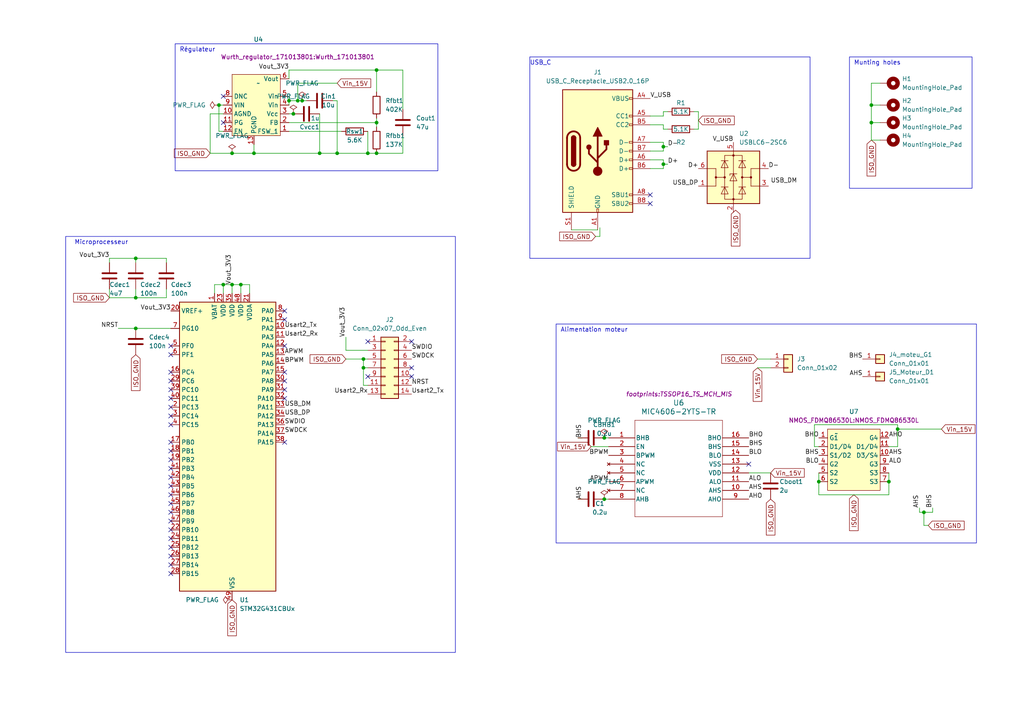
<source format=kicad_sch>
(kicad_sch (version 20231120) (generator "eeschema") (generator_version "8.0")
  (paper "A4")
  (title_block (title "Exo Maker") (date "2025-02-01") (rev "Matis Garbez") (company "Ensea"))
  (lib_symbols
    (symbol "2025-01-31_21-27-13:MIC4606-2YTS-TR" (pin_names (offset 0.254))
      (property "Reference" "U" (at 20.32 10.16 0))
      (property "Value" "MIC4606-2YTS-TR" (at 20.32 7.62 0))
      (symbol "MIC4606-2YTS-TR_0_1"
        (polyline (pts (xy 7.62 -22.86) (xy 33.02 -22.86)) (stroke (width 0.127)))
        (polyline (pts (xy 7.62 5.08) (xy 7.62 -22.86)) (stroke (width 0.127)))
        (polyline (pts (xy 33.02 -22.86) (xy 33.02 5.08)) (stroke (width 0.127)))
        (polyline (pts (xy 33.02 5.08) (xy 7.62 5.08)) (stroke (width 0.127)))
        (pin power_in line (at 0 0 0) (length 7.62) (name "BHB") (number "1"))
        (pin power_in line (at 40.64 -15.24 180) (length 7.62) (name "AHS") (number "10"))
        (pin output line (at 40.64 -12.7 180) (length 7.62) (name "ALO") (number "11"))
        (pin power_in line (at 40.64 -10.16 180) (length 7.62) (name "VDD") (number "12"))
        (pin power_out line (at 40.64 -7.62 180) (length 7.62) (name "VSS") (number "13"))
        (pin output line (at 40.64 -5.08 180) (length 7.62) (name "BLO") (number "14"))
        (pin power_in line (at 40.64 -2.54 180) (length 7.62) (name "BHS") (number "15"))
        (pin output line (at 40.64 0 180) (length 7.62) (name "BHO") (number "16"))
        (pin input line (at 0 -2.54 0) (length 7.62) (name "EN") (number "2"))
        (pin input line (at 0 -5.08 0) (length 7.62) (name "BPWM") (number "3"))
        (pin no_connect line (at 0 -7.62 0) (length 7.62) (name "NC") (number "4"))
        (pin no_connect line (at 0 -10.16 0) (length 7.62) (name "NC") (number "5"))
        (pin input line (at 0 -12.7 0) (length 7.62) (name "APWM") (number "6"))
        (pin no_connect line (at 0 -15.24 0) (length 7.62) (name "NC") (number "7"))
        (pin power_in line (at 0 -17.78 0) (length 7.62) (name "AHB") (number "8"))
        (pin output line (at 40.64 -17.78 180) (length 7.62) (name "AHO") (number "9"))
      )
    )
    (symbol "Connector:USB_C_Receptacle_USB2.0_16P" (pin_names (offset 1.016))
      (property "Reference" "J" (at 0 22.225 0))
      (property "Value" "USB_C_Receptacle_USB2.0_16P" (at 0 19.685 0))
      (symbol "USB_C_Receptacle_USB2.0_16P_0_0"
        (rectangle (start -0.254 -17.78) (end 0.254 -16.764))
        (rectangle (start 10.16 -14.986) (end 9.144 -15.494))
        (rectangle (start 10.16 -12.446) (end 9.144 -12.954))
        (rectangle (start 10.16 -4.826) (end 9.144 -5.334))
        (rectangle (start 10.16 -2.286) (end 9.144 -2.794))
        (rectangle (start 10.16 0.254) (end 9.144 -0.254))
        (rectangle (start 10.16 2.794) (end 9.144 2.286))
        (rectangle (start 10.16 7.874) (end 9.144 7.366))
        (rectangle (start 10.16 10.414) (end 9.144 9.906))
        (rectangle (start 10.16 15.494) (end 9.144 14.986))
      )
      (symbol "USB_C_Receptacle_USB2.0_16P_0_1"
        (rectangle (start -10.16 17.78) (end 10.16 -17.78) (stroke (width 0.254)) (fill (type background)))
        (arc (start -8.89 -3.81) (mid -6.985 -5.7067) (end -5.08 -3.81) (stroke (width 0.508)))
        (arc (start -7.62 -3.81) (mid -6.985 -4.4423) (end -6.35 -3.81) (stroke (width 0.254)))
        (arc (start -7.62 -3.81) (mid -6.985 -4.4423) (end -6.35 -3.81) (stroke (width 0.254)) (fill (type outline)))
        (rectangle (start -7.62 -3.81) (end -6.35 3.81) (stroke (width 0.254)) (fill (type outline)))
        (arc (start -6.35 3.81) (mid -6.985 4.4423) (end -7.62 3.81) (stroke (width 0.254)))
        (arc (start -6.35 3.81) (mid -6.985 4.4423) (end -7.62 3.81) (stroke (width 0.254)) (fill (type outline)))
        (arc (start -5.08 3.81) (mid -6.985 5.7067) (end -8.89 3.81) (stroke (width 0.508)))
        (circle (center -2.54 1.143) (radius 0.635) (stroke (width 0.254)) (fill (type outline)))
        (circle (center 0 -5.842) (radius 1.27) (fill (type outline)))
        (polyline (pts (xy -8.89 -3.81) (xy -8.89 3.81)) (stroke (width 0.508)))
        (polyline (pts (xy -5.08 3.81) (xy -5.08 -3.81)) (stroke (width 0.508)))
        (polyline (pts (xy 0 -5.842) (xy 0 4.318)) (stroke (width 0.508)))
        (polyline (pts (xy 0 -3.302) (xy -2.54 -0.762) (xy -2.54 0.508)) (stroke (width 0.508)))
        (polyline (pts (xy 0 -2.032) (xy 2.54 0.508) (xy 2.54 1.778)) (stroke (width 0.508)))
        (polyline (pts (xy -1.27 4.318) (xy 0 6.858) (xy 1.27 4.318) (xy -1.27 4.318)) (stroke (width 0.254)) (fill (type outline)))
        (rectangle (start 1.905 1.778) (end 3.175 3.048) (stroke (width 0.254)) (fill (type outline)))
      )
      (symbol "USB_C_Receptacle_USB2.0_16P_1_1"
        (pin passive line (at 0 -22.86 90) (length 5.08) (name "GND") (number "A1"))
        (pin passive line (at 0 -22.86 90) (length 5.08) hide (name "GND") (number "A12"))
        (pin passive line (at 15.24 15.24 180) (length 5.08) (name "VBUS") (number "A4"))
        (pin bidirectional line (at 15.24 10.16 180) (length 5.08) (name "CC1") (number "A5"))
        (pin bidirectional line (at 15.24 -2.54 180) (length 5.08) (name "D+") (number "A6"))
        (pin bidirectional line (at 15.24 2.54 180) (length 5.08) (name "D-") (number "A7"))
        (pin bidirectional line (at 15.24 -12.7 180) (length 5.08) (name "SBU1") (number "A8"))
        (pin passive line (at 15.24 15.24 180) (length 5.08) hide (name "VBUS") (number "A9"))
        (pin passive line (at 0 -22.86 90) (length 5.08) hide (name "GND") (number "B1"))
        (pin passive line (at 0 -22.86 90) (length 5.08) hide (name "GND") (number "B12"))
        (pin passive line (at 15.24 15.24 180) (length 5.08) hide (name "VBUS") (number "B4"))
        (pin bidirectional line (at 15.24 7.62 180) (length 5.08) (name "CC2") (number "B5"))
        (pin bidirectional line (at 15.24 -5.08 180) (length 5.08) (name "D+") (number "B6"))
        (pin bidirectional line (at 15.24 0 180) (length 5.08) (name "D-") (number "B7"))
        (pin bidirectional line (at 15.24 -15.24 180) (length 5.08) (name "SBU2") (number "B8"))
        (pin passive line (at 15.24 15.24 180) (length 5.08) hide (name "VBUS") (number "B9"))
        (pin passive line (at -7.62 -22.86 90) (length 5.08) (name "SHIELD") (number "S1"))
      )
    )
    (symbol "Connector_Generic:Conn_01x01" (pin_names (offset 1.016) hide)
      (property "Reference" "J" (at 0 2.54 0))
      (property "Value" "Conn_01x01" (at 0 -2.54 0))
      (symbol "Conn_01x01_1_1"
        (rectangle (start -1.27 0.127) (end 0 -0.127) (stroke (width 0.1524)))
        (rectangle (start -1.27 1.27) (end 1.27 -1.27) (stroke (width 0.254)) (fill (type background)))
        (pin passive line (at -5.08 0 0) (length 3.81) (name "Pin_1") (number "1"))
      )
    )
    (symbol "Connector_Generic:Conn_01x02" (pin_names (offset 1.016) hide)
      (property "Reference" "J" (at 0 2.54 0))
      (property "Value" "Conn_01x02" (at 0 -5.08 0))
      (symbol "Conn_01x02_1_1"
        (rectangle (start -1.27 -2.413) (end 0 -2.667) (stroke (width 0.1524)))
        (rectangle (start -1.27 0.127) (end 0 -0.127) (stroke (width 0.1524)))
        (rectangle (start -1.27 1.27) (end 1.27 -3.81) (stroke (width 0.254)) (fill (type background)))
        (pin passive line (at -5.08 0 0) (length 3.81) (name "Pin_1") (number "1"))
        (pin passive line (at -5.08 -2.54 0) (length 3.81) (name "Pin_2") (number "2"))
      )
    )
    (symbol "Connector_Generic:Conn_02x07_Odd_Even" (pin_names (offset 1.016) hide)
      (property "Reference" "J" (at 1.27 10.16 0))
      (property "Value" "Conn_02x07_Odd_Even" (at 1.27 -10.16 0))
      (symbol "Conn_02x07_Odd_Even_1_1"
        (rectangle (start -1.27 -7.493) (end 0 -7.747) (stroke (width 0.1524)))
        (rectangle (start -1.27 -4.953) (end 0 -5.207) (stroke (width 0.1524)))
        (rectangle (start -1.27 -2.413) (end 0 -2.667) (stroke (width 0.1524)))
        (rectangle (start -1.27 0.127) (end 0 -0.127) (stroke (width 0.1524)))
        (rectangle (start -1.27 2.667) (end 0 2.413) (stroke (width 0.1524)))
        (rectangle (start -1.27 5.207) (end 0 4.953) (stroke (width 0.1524)))
        (rectangle (start -1.27 7.747) (end 0 7.493) (stroke (width 0.1524)))
        (rectangle (start -1.27 8.89) (end 3.81 -8.89) (stroke (width 0.254)) (fill (type background)))
        (rectangle (start 3.81 -7.493) (end 2.54 -7.747) (stroke (width 0.1524)))
        (rectangle (start 3.81 -4.953) (end 2.54 -5.207) (stroke (width 0.1524)))
        (rectangle (start 3.81 -2.413) (end 2.54 -2.667) (stroke (width 0.1524)))
        (rectangle (start 3.81 0.127) (end 2.54 -0.127) (stroke (width 0.1524)))
        (rectangle (start 3.81 2.667) (end 2.54 2.413) (stroke (width 0.1524)))
        (rectangle (start 3.81 5.207) (end 2.54 4.953) (stroke (width 0.1524)))
        (rectangle (start 3.81 7.747) (end 2.54 7.493) (stroke (width 0.1524)))
        (pin passive line (at -5.08 7.62 0) (length 3.81) (name "Pin_1") (number "1"))
        (pin passive line (at 7.62 -2.54 180) (length 3.81) (name "Pin_10") (number "10"))
        (pin passive line (at -5.08 -5.08 0) (length 3.81) (name "Pin_11") (number "11"))
        (pin passive line (at 7.62 -5.08 180) (length 3.81) (name "Pin_12") (number "12"))
        (pin passive line (at -5.08 -7.62 0) (length 3.81) (name "Pin_13") (number "13"))
        (pin passive line (at 7.62 -7.62 180) (length 3.81) (name "Pin_14") (number "14"))
        (pin passive line (at 7.62 7.62 180) (length 3.81) (name "Pin_2") (number "2"))
        (pin passive line (at -5.08 5.08 0) (length 3.81) (name "Pin_3") (number "3"))
        (pin passive line (at 7.62 5.08 180) (length 3.81) (name "Pin_4") (number "4"))
        (pin passive line (at -5.08 2.54 0) (length 3.81) (name "Pin_5") (number "5"))
        (pin passive line (at 7.62 2.54 180) (length 3.81) (name "Pin_6") (number "6"))
        (pin passive line (at -5.08 0 0) (length 3.81) (name "Pin_7") (number "7"))
        (pin passive line (at 7.62 0 180) (length 3.81) (name "Pin_8") (number "8"))
        (pin passive line (at -5.08 -2.54 0) (length 3.81) (name "Pin_9") (number "9"))
      )
    )
    (symbol "Device:C" (pin_numbers hide) (pin_names (offset 0.254))
      (property "Reference" "C" (at 0.635 2.54 0))
      (property "Value" "C" (at 0.635 -2.54 0))
      (symbol "C_0_1"
        (polyline (pts (xy -2.032 -0.762) (xy 2.032 -0.762)) (stroke (width 0.508)))
        (polyline (pts (xy -2.032 0.762) (xy 2.032 0.762)) (stroke (width 0.508)))
      )
      (symbol "C_1_1"
        (pin passive line (at 0 3.81 270) (length 2.794) (name "~") (number "1"))
        (pin passive line (at 0 -3.81 90) (length 2.794) (name "~") (number "2"))
      )
    )
    (symbol "Device:R" (pin_numbers hide) (pin_names (offset 0))
      (property "Reference" "R" (at 2.032 0 90))
      (property "Value" "R" (at 0 0 90))
      (symbol "R_0_1"
        (rectangle (start -1.016 -2.54) (end 1.016 2.54) (stroke (width 0.254)))
      )
      (symbol "R_1_1"
        (pin passive line (at 0 3.81 270) (length 1.27) (name "~") (number "1"))
        (pin passive line (at 0 -3.81 90) (length 1.27) (name "~") (number "2"))
      )
    )
    (symbol "MCU_ST_STM32G4:STM32G431CBUx"
      (property "Reference" "U" (at -12.7 44.45 0))
      (property "Value" "STM32G431CBUx" (at 10.16 44.45 0))
      (symbol "STM32G431CBUx_0_1"
        (rectangle (start -12.7 -40.64) (end 15.24 43.18) (stroke (width 0.254)) (fill (type background)))
      )
      (symbol "STM32G431CBUx_1_1"
        (pin power_in line (at -2.54 45.72 270) (length 2.54) (name "VBAT") (number "1"))
        (pin bidirectional line (at 17.78 35.56 180) (length 2.54) (name "PA2") (number "10"))
        (pin bidirectional line (at 17.78 33.02 180) (length 2.54) (name "PA3") (number "11"))
        (pin bidirectional line (at 17.78 30.48 180) (length 2.54) (name "PA4") (number "12"))
        (pin bidirectional line (at 17.78 27.94 180) (length 2.54) (name "PA5") (number "13"))
        (pin bidirectional line (at 17.78 25.4 180) (length 2.54) (name "PA6") (number "14"))
        (pin bidirectional line (at 17.78 22.86 180) (length 2.54) (name "PA7") (number "15"))
        (pin bidirectional line (at -15.24 22.86 0) (length 2.54) (name "PC4") (number "16"))
        (pin bidirectional line (at -15.24 2.54 0) (length 2.54) (name "PB0") (number "17"))
        (pin bidirectional line (at -15.24 0 0) (length 2.54) (name "PB1") (number "18"))
        (pin bidirectional line (at -15.24 -2.54 0) (length 2.54) (name "PB2") (number "19"))
        (pin bidirectional line (at -15.24 12.7 0) (length 2.54) (name "PC13") (number "2"))
        (pin input line (at -15.24 40.64 0) (length 2.54) (name "VREF+") (number "20"))
        (pin power_in line (at 7.62 45.72 270) (length 2.54) (name "VDDA") (number "21"))
        (pin bidirectional line (at -15.24 -22.86 0) (length 2.54) (name "PB10") (number "22"))
        (pin power_in line (at 0 45.72 270) (length 2.54) (name "VDD") (number "23"))
        (pin bidirectional line (at -15.24 -25.4 0) (length 2.54) (name "PB11") (number "24"))
        (pin bidirectional line (at -15.24 -27.94 0) (length 2.54) (name "PB12") (number "25"))
        (pin bidirectional line (at -15.24 -30.48 0) (length 2.54) (name "PB13") (number "26"))
        (pin bidirectional line (at -15.24 -33.02 0) (length 2.54) (name "PB14") (number "27"))
        (pin bidirectional line (at -15.24 -35.56 0) (length 2.54) (name "PB15") (number "28"))
        (pin bidirectional line (at -15.24 20.32 0) (length 2.54) (name "PC6") (number "29"))
        (pin bidirectional line (at -15.24 10.16 0) (length 2.54) (name "PC14") (number "3"))
        (pin bidirectional line (at 17.78 20.32 180) (length 2.54) (name "PA8") (number "30"))
        (pin bidirectional line (at 17.78 17.78 180) (length 2.54) (name "PA9") (number "31"))
        (pin bidirectional line (at 17.78 15.24 180) (length 2.54) (name "PA10") (number "32"))
        (pin bidirectional line (at 17.78 12.7 180) (length 2.54) (name "PA11") (number "33"))
        (pin bidirectional line (at 17.78 10.16 180) (length 2.54) (name "PA12") (number "34"))
        (pin power_in line (at 2.54 45.72 270) (length 2.54) (name "VDD") (number "35"))
        (pin bidirectional line (at 17.78 7.62 180) (length 2.54) (name "PA13") (number "36"))
        (pin bidirectional line (at 17.78 5.08 180) (length 2.54) (name "PA14") (number "37"))
        (pin bidirectional line (at 17.78 2.54 180) (length 2.54) (name "PA15") (number "38"))
        (pin bidirectional line (at -15.24 17.78 0) (length 2.54) (name "PC10") (number "39"))
        (pin bidirectional line (at -15.24 7.62 0) (length 2.54) (name "PC15") (number "4"))
        (pin bidirectional line (at -15.24 15.24 0) (length 2.54) (name "PC11") (number "40"))
        (pin bidirectional line (at -15.24 -5.08 0) (length 2.54) (name "PB3") (number "41"))
        (pin bidirectional line (at -15.24 -7.62 0) (length 2.54) (name "PB4") (number "42"))
        (pin bidirectional line (at -15.24 -10.16 0) (length 2.54) (name "PB5") (number "43"))
        (pin bidirectional line (at -15.24 -12.7 0) (length 2.54) (name "PB6") (number "44"))
        (pin bidirectional line (at -15.24 -15.24 0) (length 2.54) (name "PB7") (number "45"))
        (pin bidirectional line (at -15.24 -17.78 0) (length 2.54) (name "PB8") (number "46"))
        (pin bidirectional line (at -15.24 -20.32 0) (length 2.54) (name "PB9") (number "47"))
        (pin power_in line (at 5.08 45.72 270) (length 2.54) (name "VDD") (number "48"))
        (pin power_in line (at 2.54 -43.18 90) (length 2.54) (name "VSS") (number "49"))
        (pin bidirectional line (at -15.24 30.48 0) (length 2.54) (name "PF0") (number "5"))
        (pin bidirectional line (at -15.24 27.94 0) (length 2.54) (name "PF1") (number "6"))
        (pin bidirectional line (at -15.24 35.56 0) (length 2.54) (name "PG10") (number "7"))
        (pin bidirectional line (at 17.78 40.64 180) (length 2.54) (name "PA0") (number "8"))
        (pin bidirectional line (at 17.78 38.1 180) (length 2.54) (name "PA1") (number "9"))
      )
    )
    (symbol "Mechanical:MountingHole_Pad" (pin_numbers hide) (pin_names (offset 1.016) hide)
      (property "Reference" "H" (at 0 6.35 0))
      (property "Value" "MountingHole_Pad" (at 0 4.445 0))
      (symbol "MountingHole_Pad_0_1"
        (circle (center 0 1.27) (radius 1.27) (stroke (width 1.27)))
      )
      (symbol "MountingHole_Pad_1_1"
        (pin input line (at 0 -2.54 90) (length 2.54) (name "1") (number "1"))
      )
    )
    (symbol "NMOS_FDMQ86530L:NMOS_FDMQ86530L"
      (property "Reference" "U" (at 0 10.16 0))
      (property "Footprint" "NMOS_FDMQ86530L:NMOS_FDMQ86530L" (at 2.54 12.7 0))
      (symbol "NMOS_FDMQ86530L_0_1"
        (rectangle (start 2.54 8.89) (end 2.54 8.89))
      )
      (symbol "NMOS_FDMQ86530L_1_1"
        (rectangle (start -7.62 8.89) (end 7.62 -8.89) (fill (type background)))
        (pin input line (at -10.16 6.35 0) (length 2.54) (name "G1") (number "1"))
        (pin input line (at 10.16 1.27 180) (length 2.54) (name "D3/S4") (number "10"))
        (pin input line (at 10.16 3.81 180) (length 2.54) (name "D1/D4") (number "11"))
        (pin input line (at 10.16 6.35 180) (length 2.54) (name "G4") (number "12"))
        (pin input line (at -10.16 1.27 0) (length 2.54) hide (name "S1/D2") (number "13"))
        (pin input line (at 10.16 1.27 180) (length 2.54) hide (name "D3/S4") (number "14"))
        (pin input line (at 10.16 3.81 180) (length 2.54) hide (name "D1/D4") (number "15"))
        (pin input line (at -10.16 3.81 0) (length 2.54) (name "D1/D4") (number "2"))
        (pin input line (at -10.16 1.27 0) (length 2.54) (name "S1/D2") (number "3"))
        (pin input line (at -10.16 -1.27 0) (length 2.54) (name "G2") (number "4"))
        (pin input line (at -10.16 -3.81 0) (length 2.54) (name "S2") (number "5"))
        (pin input line (at -10.16 -6.35 0) (length 2.54) (name "S2") (number "6"))
        (pin input line (at 10.16 -6.35 180) (length 2.54) (name "S3") (number "7"))
        (pin input line (at 10.16 -3.81 180) (length 2.54) (name "S3") (number "8"))
        (pin input line (at 10.16 -1.27 180) (length 2.54) (name "G3") (number "9"))
      )
    )
    (symbol "Power_Protection:USBLC6-2SC6" (pin_names hide)
      (property "Reference" "U" (at 2.54 8.89 0))
      (property "Value" "USBLC6-2SC6" (at 2.54 -8.89 0))
      (symbol "USBLC6-2SC6_0_1"
        (rectangle (start -7.62 -7.62) (end 7.62 7.62) (stroke (width 0.254)) (fill (type background)))
        (circle (center -5.08 0) (radius 0.254) (fill (type outline)))
        (circle (center -2.54 0) (radius 0.254) (fill (type outline)))
        (rectangle (start -2.54 6.35) (end 2.54 -6.35))
        (circle (center 0 -6.35) (radius 0.254) (fill (type outline)))
        (polyline (pts (xy -5.08 -2.54) (xy -7.62 -2.54)))
        (polyline (pts (xy -5.08 0) (xy -5.08 -2.54)))
        (polyline (pts (xy -5.08 2.54) (xy -7.62 2.54)))
        (polyline (pts (xy -1.524 -2.794) (xy -3.556 -2.794)))
        (polyline (pts (xy -1.524 4.826) (xy -3.556 4.826)))
        (polyline (pts (xy 0 -7.62) (xy 0 -6.35)))
        (polyline (pts (xy 0 -6.35) (xy 0 1.27)))
        (polyline (pts (xy 0 1.27) (xy 0 6.35)))
        (polyline (pts (xy 0 6.35) (xy 0 7.62)))
        (polyline (pts (xy 1.524 -2.794) (xy 3.556 -2.794)))
        (polyline (pts (xy 1.524 4.826) (xy 3.556 4.826)))
        (polyline (pts (xy 5.08 -2.54) (xy 7.62 -2.54)))
        (polyline (pts (xy 5.08 0) (xy 5.08 -2.54)))
        (polyline (pts (xy 5.08 2.54) (xy 7.62 2.54)))
        (polyline (pts (xy -2.54 0) (xy -5.08 0) (xy -5.08 2.54)))
        (polyline (pts (xy 2.54 0) (xy 5.08 0) (xy 5.08 2.54)))
        (polyline (pts (xy -3.556 -4.826) (xy -1.524 -4.826) (xy -2.54 -2.794) (xy -3.556 -4.826)))
        (polyline (pts (xy -3.556 2.794) (xy -1.524 2.794) (xy -2.54 4.826) (xy -3.556 2.794)))
        (polyline (pts (xy -1.016 -1.016) (xy 1.016 -1.016) (xy 0 1.016) (xy -1.016 -1.016)))
        (polyline (pts (xy 1.016 1.016) (xy 0.762 1.016) (xy -1.016 1.016) (xy -1.016 0.508)))
        (polyline (pts (xy 3.556 -4.826) (xy 1.524 -4.826) (xy 2.54 -2.794) (xy 3.556 -4.826)))
        (polyline (pts (xy 3.556 2.794) (xy 1.524 2.794) (xy 2.54 4.826) (xy 3.556 2.794)))
        (circle (center 0 6.35) (radius 0.254) (fill (type outline)))
        (circle (center 2.54 0) (radius 0.254) (fill (type outline)))
        (circle (center 5.08 0) (radius 0.254) (fill (type outline)))
      )
      (symbol "USBLC6-2SC6_1_1"
        (pin passive line (at -10.16 -2.54 0) (length 2.54) (name "I/O1") (number "1"))
        (pin passive line (at 0 -10.16 90) (length 2.54) (name "GND") (number "2"))
        (pin passive line (at 10.16 -2.54 180) (length 2.54) (name "I/O2") (number "3"))
        (pin passive line (at 10.16 2.54 180) (length 2.54) (name "I/O2") (number "4"))
        (pin passive line (at 0 10.16 270) (length 2.54) (name "VBUS") (number "5"))
        (pin passive line (at -10.16 2.54 0) (length 2.54) (name "I/O1") (number "6"))
      )
    )
    (symbol "Wurth_regulator_171013801:Regulator_Wurth_171013801"
      (property "Reference" "U4" (at 0 12.7 0))
      (property "Value" "~" (at 0 0 0))
      (property "Footprint" "Wurth_regulator_171013801:Wurth_171013801" (at 11.43 7.62 0))
      (symbol "Regulator_Wurth_171013801_1_1"
        (rectangle (start -7.62 2.54) (end 6.35 -15.24) (fill (type background)))
        (pin input line (at 8.89 -13.97 180) (length 2.54) (name "FSW_1") (number "1"))
        (pin power_in line (at -10.16 -8.89 0) (length 2.54) (name "AGND") (number "10"))
        (pin output line (at -10.16 -11.43 0) (length 2.54) (name "PG") (number "11"))
        (pin input line (at -10.16 -13.97 0) (length 2.54) (name "EN") (number "12"))
        (pin power_in line (at -1.27 -17.78 90) (length 2.54) (name "PGND") (number "13"))
        (pin input line (at 8.89 -11.43 180) (length 2.54) (name "FB") (number "2"))
        (pin power_in line (at 8.89 -8.89 180) (length 2.54) (name "Vcc") (number "3"))
        (pin power_in line (at 8.89 -6.35 180) (length 2.54) (name "Vin") (number "4"))
        (pin power_in line (at 8.89 -3.81 180) (length 2.54) (name "Vin") (number "5"))
        (pin power_out line (at 8.89 1.27 180) (length 2.54) (name "Vout") (number "6"))
        (pin power_out line (at 8.89 1.27 180) (length 2.54) hide (name "Vout") (number "7"))
        (pin unspecified line (at -10.16 -3.81 0) (length 2.54) (name "DNC") (number "8"))
        (pin power_in line (at -10.16 -6.35 0) (length 2.54) (name "VIN") (number "9"))
      )
    )
    (symbol "power:PWR_FLAG" (power) (pin_numbers hide) (pin_names (offset 0) hide)
      (property "Value" "PWR_FLAG" (at 0 3.81 0))
      (symbol "PWR_FLAG_0_0"
        (pin power_out line (at 0 0 90) (length 0) (name "pwr") (number "1"))
      )
      (symbol "PWR_FLAG_0_1"
        (polyline (pts (xy 0 0) (xy 0 1.27) (xy -1.016 1.905) (xy 0 2.54) (xy 1.016 1.905) (xy 0 1.27)))
      )
    )
  )
  (junction (at 105.41 104.14))
  (junction (at 64.77 82.55))
  (junction (at 175.26 144.78))
  (junction (at 109.22 35.56))
  (junction (at 92.71 44.45))
  (junction (at 109.22 20.32))
  (junction (at 69.85 82.55))
  (junction (at 63.5 30.48))
  (junction (at 86.36 29.21))
  (junction (at 252.73 35.56))
  (junction (at 39.37 95.25))
  (junction (at 39.37 86.36))
  (junction (at 67.31 44.45))
  (junction (at 192.405 42.545))
  (junction (at 237.49 139.7))
  (junction (at 87.63 29.21))
  (junction (at 267.97 148.59))
  (junction (at 260.35 124.46))
  (junction (at 67.31 82.55))
  (junction (at 97.79 44.45))
  (junction (at 175.26 127))
  (junction (at 106.68 44.45))
  (junction (at 252.73 30.48))
  (junction (at 257.81 139.7))
  (junction (at 192.405 47.625))
  (junction (at 73.66 44.45))
  (junction (at 85.09 33.02))
  (junction (at 109.22 44.45))
  (junction (at 39.37 74.93))
  (junction (at 105.41 106.68))
  (junction (at 83.82 29.21))
  (no_connect (at 49.53 135.89))
  (no_connect (at 49.53 128.27))
  (no_connect (at 49.53 118.11))
  (no_connect (at 82.55 92.71))
  (no_connect (at 49.53 166.37))
  (no_connect (at 49.53 140.97))
  (no_connect (at 49.53 148.59))
  (no_connect (at 49.53 113.03))
  (no_connect (at 64.77 35.56))
  (no_connect (at 49.53 143.51))
  (no_connect (at 49.53 151.13))
  (no_connect (at 82.55 113.03))
  (no_connect (at 49.53 153.67))
  (no_connect (at 49.53 133.35))
  (no_connect (at 49.53 110.49))
  (no_connect (at 82.55 115.57))
  (no_connect (at 49.53 158.75))
  (no_connect (at 82.55 110.49))
  (no_connect (at 82.55 100.33))
  (no_connect (at 119.38 109.22))
  (no_connect (at 82.55 128.27))
  (no_connect (at 106.68 99.06))
  (no_connect (at 49.53 163.83))
  (no_connect (at 49.53 100.33))
  (no_connect (at 49.53 146.05))
  (no_connect (at 49.53 102.87))
  (no_connect (at 217.17 134.62))
  (no_connect (at 82.55 107.95))
  (no_connect (at 82.55 90.17))
  (no_connect (at 49.53 161.29))
  (no_connect (at 64.77 27.94))
  (no_connect (at 49.53 138.43))
  (no_connect (at 49.53 120.65))
  (no_connect (at 49.53 156.21))
  (no_connect (at 188.595 59.055))
  (no_connect (at 49.53 123.19))
  (no_connect (at 49.53 115.57))
  (no_connect (at 106.68 109.22))
  (no_connect (at 188.595 56.515))
  (no_connect (at 119.38 106.68))
  (no_connect (at 119.38 99.06))
  (no_connect (at 49.53 130.81))
  (no_connect (at 49.53 107.95))
  (wire (pts (xy 105.41 111.76) (xy 105.41 106.68)))
  (wire (pts (xy 260.35 123.19) (xy 260.35 124.46)))
  (wire (pts (xy 237.49 137.16) (xy 237.49 139.7)))
  (wire (pts (xy 116.84 39.37) (xy 116.84 44.45)))
  (wire (pts (xy 193.675 32.385) (xy 192.405 32.385)))
  (wire (pts (xy 192.405 32.385) (xy 192.405 33.655)))
  (wire (pts (xy 252.73 40.64) (xy 252.73 35.56)))
  (wire (pts (xy 64.77 82.55) (xy 62.23 82.55)))
  (wire (pts (xy 109.22 44.45) (xy 106.68 44.45)))
  (wire (pts (xy 92.71 44.45) (xy 97.79 44.45)))
  (wire (pts (xy 31.75 83.82) (xy 31.75 86.36)))
  (wire (pts (xy 167.64 127) (xy 168.91 127)))
  (wire (pts (xy 273.05 124.46) (xy 260.35 124.46)))
  (wire (pts (xy 105.41 106.68) (xy 106.68 106.68)))
  (wire (pts (xy 237.49 143.51) (xy 257.81 143.51)))
  (wire (pts (xy 219.71 106.68) (xy 223.52 106.68)))
  (wire (pts (xy 116.84 44.45) (xy 109.22 44.45)))
  (wire (pts (xy 109.22 26.67) (xy 109.22 20.32)))
  (wire (pts (xy 192.405 46.355) (xy 192.405 47.625)))
  (wire (pts (xy 255.27 24.13) (xy 252.73 24.13)))
  (wire (pts (xy 64.77 85.09) (xy 64.77 82.55)))
  (wire (pts (xy 192.405 41.275) (xy 192.405 42.545)))
  (wire (pts (xy 257.81 143.51) (xy 257.81 139.7)))
  (wire (pts (xy 39.37 95.25) (xy 49.53 95.25)))
  (wire (pts (xy 67.31 44.45) (xy 60.96 44.45)))
  (wire (pts (xy 48.26 86.36) (xy 39.37 86.36)))
  (wire (pts (xy 83.82 35.56) (xy 109.22 35.56)))
  (wire (pts (xy 201.295 32.385) (xy 202.565 32.385)))
  (wire (pts (xy 48.26 76.2) (xy 48.26 74.93)))
  (wire (pts (xy 86.36 29.21) (xy 83.82 29.21)))
  (wire (pts (xy 34.29 95.25) (xy 39.37 95.25)))
  (wire (pts (xy 171.45 129.54) (xy 176.53 129.54)))
  (wire (pts (xy 192.405 43.815) (xy 188.595 43.815)))
  (wire (pts (xy 192.405 47.625) (xy 192.405 48.895)))
  (wire (pts (xy 267.97 152.4) (xy 269.24 152.4)))
  (wire (pts (xy 69.85 82.55) (xy 72.39 82.55)))
  (wire (pts (xy 39.37 74.93) (xy 39.37 76.2)))
  (wire (pts (xy 60.96 44.45) (xy 60.96 33.02)))
  (wire (pts (xy 83.82 20.32) (xy 109.22 20.32)))
  (wire (pts (xy 192.405 48.895) (xy 188.595 48.895)))
  (wire (pts (xy 39.37 86.36) (xy 39.37 83.82)))
  (wire (pts (xy 97.79 44.45) (xy 106.68 44.45)))
  (wire (pts (xy 237.49 129.54) (xy 236.22 129.54)))
  (wire (pts (xy 172.72 68.58) (xy 173.99 68.58)))
  (wire (pts (xy 105.41 104.14) (xy 100.33 104.14)))
  (wire (pts (xy 106.68 38.1) (xy 106.68 44.45)))
  (wire (pts (xy 69.85 82.55) (xy 67.31 82.55)))
  (wire (pts (xy 48.26 74.93) (xy 39.37 74.93)))
  (wire (pts (xy 236.22 123.19) (xy 260.35 123.19)))
  (wire (pts (xy 106.68 101.6) (xy 100.33 101.6)))
  (wire (pts (xy 99.06 38.1) (xy 83.82 38.1)))
  (wire (pts (xy 173.99 66.04) (xy 173.99 68.58)))
  (wire (pts (xy 63.5 38.1) (xy 63.5 30.48)))
  (wire (pts (xy 192.405 42.545) (xy 193.675 42.545)))
  (wire (pts (xy 219.71 104.14) (xy 223.52 104.14)))
  (wire (pts (xy 105.41 106.68) (xy 105.41 104.14)))
  (wire (pts (xy 165.735 66.675) (xy 173.355 66.675)))
  (wire (pts (xy 48.26 83.82) (xy 48.26 86.36)))
  (wire (pts (xy 109.22 34.29) (xy 109.22 35.56)))
  (wire (pts (xy 106.68 111.76) (xy 105.41 111.76)))
  (wire (pts (xy 64.77 82.55) (xy 67.31 82.55)))
  (wire (pts (xy 73.66 44.45) (xy 67.31 44.45)))
  (wire (pts (xy 88.9 29.21) (xy 87.63 29.21)))
  (wire (pts (xy 192.405 37.465) (xy 192.405 36.195)))
  (wire (pts (xy 86.36 24.13) (xy 86.36 29.21)))
  (wire (pts (xy 67.31 82.55) (xy 67.31 85.09)))
  (wire (pts (xy 96.52 29.21) (xy 97.79 29.21)))
  (wire (pts (xy 92.71 33.02) (xy 92.71 44.45)))
  (wire (pts (xy 255.27 40.64) (xy 252.73 40.64)))
  (wire (pts (xy 193.675 37.465) (xy 192.405 37.465)))
  (wire (pts (xy 257.81 137.16) (xy 257.81 139.7)))
  (wire (pts (xy 109.22 35.56) (xy 109.22 36.83)))
  (wire (pts (xy 252.73 30.48) (xy 255.27 30.48)))
  (wire (pts (xy 97.79 24.13) (xy 86.36 24.13)))
  (wire (pts (xy 255.27 35.56) (xy 252.73 35.56)))
  (wire (pts (xy 100.33 97.79) (xy 100.33 101.6)))
  (wire (pts (xy 192.405 47.625) (xy 193.675 47.625)))
  (wire (pts (xy 260.35 129.54) (xy 257.81 129.54)))
  (wire (pts (xy 175.26 144.78) (xy 176.53 144.78)))
  (wire (pts (xy 188.595 41.275) (xy 192.405 41.275)))
  (wire (pts (xy 31.75 86.36) (xy 39.37 86.36)))
  (wire (pts (xy 72.39 82.55) (xy 72.39 85.09)))
  (wire (pts (xy 252.73 24.13) (xy 252.73 30.48)))
  (wire (pts (xy 73.66 41.91) (xy 73.66 44.45)))
  (wire (pts (xy 202.565 32.385) (xy 202.565 37.465)))
  (wire (pts (xy 87.63 29.21) (xy 86.36 29.21)))
  (wire (pts (xy 175.26 127) (xy 176.53 127)))
  (wire (pts (xy 116.84 20.32) (xy 116.84 31.75)))
  (wire (pts (xy 267.97 152.4) (xy 267.97 148.59)))
  (wire (pts (xy 192.405 42.545) (xy 192.405 43.815)))
  (wire (pts (xy 167.64 144.78) (xy 168.91 144.78)))
  (wire (pts (xy 83.82 27.94) (xy 83.82 29.21)))
  (wire (pts (xy 60.96 33.02) (xy 64.77 33.02)))
  (wire (pts (xy 85.09 33.02) (xy 83.82 33.02)))
  (wire (pts (xy 237.49 139.7) (xy 237.49 143.51)))
  (wire (pts (xy 64.77 38.1) (xy 63.5 38.1)))
  (wire (pts (xy 266.7 147.32) (xy 266.7 148.59)))
  (wire (pts (xy 73.66 44.45) (xy 92.71 44.45)))
  (wire (pts (xy 97.79 29.21) (xy 97.79 44.45)))
  (wire (pts (xy 260.35 124.46) (xy 260.35 129.54)))
  (wire (pts (xy 62.23 82.55) (xy 62.23 85.09)))
  (wire (pts (xy 267.97 148.59) (xy 270.51 148.59)))
  (wire (pts (xy 31.75 74.93) (xy 31.75 76.2)))
  (wire (pts (xy 236.22 129.54) (xy 236.22 123.19)))
  (wire (pts (xy 192.405 33.655) (xy 188.595 33.655)))
  (wire (pts (xy 69.85 85.09) (xy 69.85 82.55)))
  (wire (pts (xy 188.595 46.355) (xy 192.405 46.355)))
  (wire (pts (xy 105.41 104.14) (xy 106.68 104.14)))
  (wire (pts (xy 192.405 36.195) (xy 188.595 36.195)))
  (wire (pts (xy 83.82 29.21) (xy 83.82 30.48)))
  (wire (pts (xy 31.75 74.93) (xy 39.37 74.93)))
  (wire (pts (xy 266.7 148.59) (xy 267.97 148.59)))
  (wire (pts (xy 83.82 20.32) (xy 83.82 22.86)))
  (wire (pts (xy 109.22 20.32) (xy 116.84 20.32)))
  (wire (pts (xy 63.5 30.48) (xy 64.77 30.48)))
  (wire (pts (xy 217.17 137.16) (xy 223.52 137.16)))
  (wire (pts (xy 202.565 37.465) (xy 201.295 37.465)))
  (wire (pts (xy 252.73 35.56) (xy 252.73 30.48)))
  (wire (pts (xy 270.51 147.32) (xy 270.51 148.59)))
  (rectangle (start 246.38 16.51) (end 281.94 54.61))
  (rectangle (start 19.05 68.58) (end 132.08 189.23))
  (rectangle (start 153.67 16.51) (end 234.95 74.93))
  (rectangle (start 161.29 93.98) (end 283.21 157.48))
  (rectangle (start 50.8 12.7) (end 127 49.53))
  (text "Microprocesseur\n" (at 21.59 71.12 0) (effects (font (size 1.27 1.27)) (justify left bottom)))
  (text "USB_C\n" (at 153.67 19.05 0) (effects (font (size 1.27 1.27)) (justify left bottom)))
  (text "Régulateur\n" (at 52.07 15.24 0) (effects (font (size 1.27 1.27)) (justify left bottom)))
  (text "Munting holes\n" (at 247.65 19.05 0) (effects (font (size 1.27 1.27)) (justify left bottom)))
  (text "Alimentation moteur\n" (at 162.56 96.52 0) (effects (font (size 1.27 1.27)) (justify left bottom)))
  (label "AHS" (at 266.7 147.32 90))
  (label "AHS" (at 168.91 144.78 90))
  (label "AHO" (at 257.81 127 0))
  (label "APWM" (at 176.53 139.7 180))
  (label "D-" (at 222.885 48.895 0))
  (label "Vout_3V3" (at 67.31 82.55 90))
  (label "Usart2_Tx" (at 82.55 95.25 0))
  (label "V_USB" (at 188.595 28.575 0))
  (label "BHS" (at 270.51 147.32 90))
  (label "SWDIO" (at 119.38 101.6 0))
  (label "NRST" (at 34.29 95.25 180))
  (label "SWDIO" (at 82.55 123.19 0))
  (label "BLO" (at 237.49 134.62 180))
  (label "BLO" (at 217.17 132.08 0))
  (label "Usart2_Rx" (at 82.55 97.79 0))
  (label "V_USB" (at 212.725 41.275 180))
  (label "BHS" (at 237.49 132.08 180))
  (label "NRST" (at 119.38 111.76 0))
  (label "Vout_3V3" (at 31.75 74.93 180))
  (label "USB_DP" (at 202.565 53.975 180))
  (label "USB_DM" (at 82.55 118.11 0))
  (label "Vout_3V3" (at 83.82 20.32 180))
  (label "USB_DP" (at 82.55 120.65 0))
  (label "Usart2_Tx" (at 119.38 114.3 0))
  (label "Vout_3V3" (at 100.33 97.79 90))
  (label "AHO" (at 217.17 144.78 0))
  (label "Vout_3V3" (at 49.53 90.17 180))
  (label "BPWM" (at 82.55 105.41 0))
  (label "BHO" (at 217.17 127 0))
  (label "BHO" (at 237.49 127 180))
  (label "USB_DM" (at 223.52 53.34 0))
  (label "APWM" (at 82.55 102.87 0))
  (label "D+" (at 193.675 47.625 0))
  (label "ALO" (at 217.17 139.7 0))
  (label "SWDCK" (at 119.38 104.14 0))
  (label "D-" (at 193.675 42.545 0))
  (label "SWDCK" (at 82.55 125.73 0))
  (label "AHS" (at 250.19 109.22 180))
  (label "Usart2_Rx" (at 106.68 114.3 180))
  (label "ALO" (at 257.81 134.62 0))
  (label "BHS" (at 250.19 104.14 180))
  (label "D+" (at 202.565 48.895 180))
  (label "BHS" (at 168.91 127 90))
  (label "AHS" (at 217.17 142.24 0))
  (label "BPWM" (at 176.53 132.08 180))
  (label "AHS" (at 257.81 132.08 0))
  (label "BHS" (at 217.17 129.54 0))
  (global_label "ISO_GND" (shape input) (at 100.33 104.14 180) (property "Intersheetrefs" "${INTERSHEET_REFS}" (effects (hide yes))))
  (global_label "Vin_15V" (shape input) (at 171.45 129.54 180) (property "Intersheetrefs" "${INTERSHEET_REFS}" (effects (hide yes))))
  (global_label "ISO_GND" (shape input) (at 202.565 34.925 0) (property "Intersheetrefs" "${INTERSHEET_REFS}" (effects (hide yes))))
  (global_label "ISO_GND" (shape input) (at 172.72 68.58 180) (property "Intersheetrefs" "${INTERSHEET_REFS}" (effects (hide yes))))
  (global_label "Vin_15V" (shape input) (at 219.71 106.68 270) (property "Intersheetrefs" "${INTERSHEET_REFS}" (effects (hide yes))))
  (global_label "ISO_GND" (shape input) (at 39.37 102.87 270) (property "Intersheetrefs" "${INTERSHEET_REFS}" (effects (hide yes))))
  (global_label "ISO_GND" (shape input) (at 219.71 104.14 180) (property "Intersheetrefs" "${INTERSHEET_REFS}" (effects (hide yes))))
  (global_label "ISO_GND" (shape input) (at 223.52 144.78 270) (property "Intersheetrefs" "${INTERSHEET_REFS}" (effects (hide yes))))
  (global_label "ISO_GND" (shape input) (at 247.65 143.51 270) (property "Intersheetrefs" "${INTERSHEET_REFS}" (effects (hide yes))))
  (global_label "ISO_GND" (shape input) (at 31.75 86.36 180) (property "Intersheetrefs" "${INTERSHEET_REFS}" (effects (hide yes))))
  (global_label "Vin_15V" (shape input) (at 273.05 124.46 0) (property "Intersheetrefs" "${INTERSHEET_REFS}" (effects (hide yes))))
  (global_label "ISO_GND" (shape input) (at 269.24 152.4 0) (property "Intersheetrefs" "${INTERSHEET_REFS}" (effects (hide yes))))
  (global_label "ISO_GND" (shape input) (at 67.31 173.99 270) (property "Intersheetrefs" "${INTERSHEET_REFS}" (effects (hide yes))))
  (global_label "Vin_15V" (shape input) (at 97.79 24.13 0) (property "Intersheetrefs" "${INTERSHEET_REFS}" (effects (hide yes))))
  (global_label "ISO_GND" (shape input) (at 60.96 44.45 180) (property "Intersheetrefs" "${INTERSHEET_REFS}" (effects (hide yes))))
  (global_label "ISO_GND" (shape input) (at 252.73 40.64 270) (property "Intersheetrefs" "${INTERSHEET_REFS}" (effects (hide yes))))
  (global_label "ISO_GND" (shape input) (at 213.36 60.96 270) (property "Intersheetrefs" "${INTERSHEET_REFS}" (effects (hide yes))))
  (global_label "Vin_15V" (shape input) (at 223.52 137.16 0) (property "Intersheetrefs" "${INTERSHEET_REFS}" (effects (hide yes))))
  (symbol (lib_id "Device:C") (at 171.45 144.78 90) (unit 1)
    (property "Reference" "C1" (at 173.99 146.05 90))
    (property "Value" "0.2u" (at 173.99 148.59 90))
    (property "Footprint" "Capacitor_SMD:C_0402_1005Metric" (effects (hide yes)))
  )
  (symbol (lib_id "Mechanical:MountingHole_Pad") (at 257.81 24.13 270) (unit 1)
    (property "Reference" "H1" (at 261.62 22.86 90) (effects (justify left)))
    (property "Value" "MountingHole_Pad" (at 261.62 25.4 90) (effects (justify left)))
    (property "Footprint" "MountingHole:MountingHole_2.7mm_M2.5_Pad" (effects (hide yes)))
  )
  (symbol (lib_id "Mechanical:MountingHole_Pad") (at 257.81 40.64 270) (unit 1)
    (property "Reference" "H4" (at 261.62 39.37 90) (effects (justify left)))
    (property "Value" "MountingHole_Pad" (at 261.62 41.91 90) (effects (justify left)))
    (property "Footprint" "MountingHole:MountingHole_2.7mm_M2.5_Pad" (effects (hide yes)))
  )
  (symbol (lib_id "power:PWR_FLAG") (at 67.31 44.45 0) (unit 1)
    (property "Reference" "#FLG01" (effects (hide yes)))
    (property "Value" "PWR_FLAG" (at 67.31 39.37 0))
  )
  (symbol (lib_id "NMOS_FDMQ86530L:NMOS_FDMQ86530L") (at 247.65 133.35 0) (unit 1)
    (property "Reference" "U7" (at 247.65 119.38 0))
    (property "Value" "~" (at 242.57 125.73 0))
    (property "Footprint" "NMOS_FDMQ86530L:NMOS_FDMQ86530L" (at 247.65 121.92 0))
  )
  (symbol (lib_id "Device:C") (at 48.26 80.01 180) (unit 1)
    (property "Reference" "Cdec3" (at 49.53 82.55 0) (effects (justify right)))
    (property "Value" "100n" (at 49.53 85.09 0) (effects (justify right)))
    (property "Footprint" "Capacitor_SMD:C_0402_1005Metric" (effects (hide yes)))
  )
  (symbol (lib_id "Connector_Generic:Conn_01x01") (at 255.27 104.14 0) (unit 1)
    (property "Reference" "J4_moteu_G1" (at 257.81 102.87 0) (effects (justify left)))
    (property "Value" "Conn_01x01" (at 257.81 105.41 0) (effects (justify left)))
    (property "Footprint" "Connector_JST:JST_ACH_BM01B-ACHSS-A-GAN-ETF_1x01-1MP_P1.20mm_Vertical" (effects (hide yes)))
  )
  (symbol (lib_id "Connector_Generic:Conn_01x02") (at 228.6 104.14 0) (unit 1)
    (property "Reference" "J3" (at 231.14 104.14 0) (effects (justify left)))
    (property "Value" "Conn_01x02" (at 231.14 106.68 0) (effects (justify left)))
    (property "Footprint" "Connector_AMASS:AMASS_XT60-F_1x02_P7.20mm_Vertical" (effects (hide yes)))
  )
  (symbol (lib_id "MCU_ST_STM32G4:STM32G431CBUx") (at 64.77 130.81 0) (unit 1)
    (property "Reference" "U1" (at 69.5041 173.99 0) (effects (justify left)))
    (property "Value" "STM32G431CBUx" (at 69.5041 176.53 0) (effects (justify left)))
    (property "Footprint" "Package_DFN_QFN:QFN-48-1EP_7x7mm_P0.5mm_EP5.6x5.6mm" (effects (hide yes)))
    (property "Datasheet" "https://www.st.com/resource/en/datasheet/stm32g431cb.pdf" (effects (hide yes)))
  )
  (symbol (lib_id "Power_Protection:USBLC6-2SC6") (at 212.725 51.435 0) (unit 1)
    (property "Reference" "U2" (at 214.3761 38.735 0) (effects (justify left)))
    (property "Value" "USBLC6-2SC6" (at 214.3761 41.275 0) (effects (justify left)))
    (property "Footprint" "Package_TO_SOT_SMD:SOT-23-6" (effects (hide yes)))
    (property "Datasheet" "https://www.st.com/resource/en/datasheet/usblc6-2.pdf" (effects (hide yes)))
  )
  (symbol (lib_id "Device:C") (at 171.45 127 90) (unit 1)
    (property "Reference" "CBHB1" (at 175.26 123.19 90))
    (property "Value" "0.2u" (at 175.26 125.73 90))
    (property "Footprint" "Capacitor_SMD:C_0402_1005Metric" (effects (hide yes)))
  )
  (symbol (lib_id "power:PWR_FLAG") (at 67.31 173.99 90) (unit 1)
    (property "Reference" "#FLG05" (effects (hide yes)))
    (property "Value" "PWR_FLAG" (at 63.5 173.99 90) (effects (justify left)))
  )
  (symbol (lib_id "Device:C") (at 39.37 99.06 0) (unit 1)
    (property "Reference" "Cdec4" (at 43.18 97.79 0) (effects (justify left)))
    (property "Value" "100n" (at 43.18 100.33 0) (effects (justify left)))
    (property "Footprint" "Capacitor_SMD:C_0402_1005Metric" (effects (hide yes)))
  )
  (symbol (lib_id "Device:R") (at 102.87 38.1 270) (unit 1)
    (property "Reference" "Rsw1" (at 102.87 38.1 90))
    (property "Value" "5.6K" (at 102.87 40.64 90))
    (property "Footprint" "Resistor_SMD:R_0402_1005Metric" (effects (hide yes)))
  )
  (symbol (lib_id "Wurth_regulator_171013801:Regulator_Wurth_171013801") (at 74.93 24.13 0) (unit 1)
    (property "Reference" "U4" (at 74.93 11.43 0))
    (property "Value" "~" (at 74.93 24.13 0))
    (property "Footprint" "Wurth_regulator_171013801:Wurth_171013801" (at 86.36 16.51 0))
  )
  (symbol (lib_id "Connector:USB_C_Receptacle_USB2.0_16P") (at 173.355 43.815 0) (unit 1)
    (property "Reference" "J1" (at 173.355 20.955 0))
    (property "Value" "USB_C_Receptacle_USB2.0_16P" (at 173.355 23.495 0))
    (property "Footprint" "Connector_USB:USB_C_Receptacle_GCT_USB4105-xx-A_16P_TopMnt_Horizontal" (effects (hide yes)))
    (property "Datasheet" "https://www.usb.org/sites/default/files/documents/usb_type-c.zip" (effects (hide yes)))
  )
  (symbol (lib_id "power:PWR_FLAG") (at 175.26 144.78 0) (unit 1)
    (property "Reference" "#FLG07" (effects (hide yes)))
    (property "Value" "PWR_FLAG" (at 175.26 139.7 0))
  )
  (symbol (lib_id "Device:C") (at 223.52 140.97 0) (unit 1)
    (property "Reference" "Cboot1" (at 226.06 139.7 0) (effects (justify left)))
    (property "Value" "2u" (at 226.06 142.24 0) (effects (justify left)))
    (property "Footprint" "Capacitor_SMD:C_0402_1005Metric" (effects (hide yes)))
  )
  (symbol (lib_id "power:PWR_FLAG") (at 87.63 29.21 0) (unit 1)
    (property "Reference" "#FLG02" (effects (hide yes)))
    (property "Value" "PWR_FLAG" (at 87.63 24.13 0))
  )
  (symbol (lib_id "Device:C") (at 31.75 80.01 180) (unit 1)
    (property "Reference" "Cdec1" (at 31.75 82.55 0) (effects (justify right)))
    (property "Value" "4u7" (at 31.75 85.09 0) (effects (justify right)))
    (property "Footprint" "Capacitor_SMD:C_0402_1005Metric" (effects (hide yes)))
  )
  (symbol (lib_id "Device:R") (at 109.22 30.48 180) (unit 1)
    (property "Reference" "Rfbt1" (at 111.76 29.21 0) (effects (justify right)))
    (property "Value" "402K" (at 111.76 31.75 0) (effects (justify right)))
    (property "Footprint" "Resistor_SMD:R_0402_1005Metric" (effects (hide yes)))
  )
  (symbol (lib_id "power:PWR_FLAG") (at 63.5 30.48 90) (unit 1)
    (property "Reference" "#FLG03" (effects (hide yes)))
    (property "Value" "PWR_FLAG" (at 59.69 30.48 90) (effects (justify left)))
  )
  (symbol (lib_id "Device:C") (at 92.71 29.21 90) (unit 1)
    (property "Reference" "Cin1" (at 95.25 27.94 90))
    (property "Value" "10u" (at 95.25 30.48 90))
    (property "Footprint" "Capacitor_SMD:C_0402_1005Metric" (effects (hide yes)))
  )
  (symbol (lib_id "Device:C") (at 88.9 33.02 90) (unit 1)
    (property "Reference" "Cvcc1" (at 92.71 36.83 90) (effects (justify left)))
    (property "Value" "1u" (at 92.71 34.29 90) (effects (justify left)))
    (property "Footprint" "Capacitor_SMD:C_0402_1005Metric" (effects (hide yes)))
  )
  (symbol (lib_id "Device:C") (at 116.84 35.56 0) (unit 1)
    (property "Reference" "Cout1" (at 120.65 34.29 0) (effects (justify left)))
    (property "Value" "47u" (at 120.65 36.83 0) (effects (justify left)))
    (property "Footprint" "Capacitor_SMD:C_0402_1005Metric" (effects (hide yes)))
  )
  (symbol (lib_id "Device:R") (at 197.485 37.465 90) (unit 1)
    (property "Reference" "R2" (at 197.485 41.275 90))
    (property "Value" "5.1K" (at 197.485 37.465 90))
    (property "Footprint" "Resistor_SMD:R_0402_1005Metric" (effects (hide yes)))
  )
  (symbol (lib_id "Mechanical:MountingHole_Pad") (at 257.81 30.48 270) (unit 1)
    (property "Reference" "H2" (at 261.62 29.21 90) (effects (justify left)))
    (property "Value" "MountingHole_Pad" (at 261.62 31.75 90) (effects (justify left)))
    (property "Footprint" "MountingHole:MountingHole_2.7mm_M2.5_Pad" (effects (hide yes)))
  )
  (symbol (lib_id "Connector_Generic:Conn_02x07_Odd_Even") (at 111.76 106.68 0) (unit 1)
    (property "Reference" "J2" (at 113.03 92.71 0))
    (property "Value" "Conn_02x07_Odd_Even" (at 113.03 95.25 0))
    (property "Footprint" "Connector_PinHeader_1.27mm:PinHeader_2x07_P1.27mm_Vertical_SMD" (effects (hide yes)))
  )
  (symbol (lib_id "Connector_Generic:Conn_01x01") (at 255.27 109.22 0) (unit 1)
    (property "Reference" "J5_Moteur_D1" (at 257.81 107.95 0) (effects (justify left)))
    (property "Value" "Conn_01x01" (at 257.81 110.49 0) (effects (justify left)))
    (property "Footprint" "Connector_JST:JST_ACH_BM01B-ACHSS-A-GAN-ETF_1x01-1MP_P1.20mm_Vertical" (effects (hide yes)))
  )
  (symbol (lib_id "Device:R") (at 109.22 40.64 180) (unit 1)
    (property "Reference" "Rfbb1" (at 111.76 39.37 0) (effects (justify right)))
    (property "Value" "137K" (at 111.76 41.91 0) (effects (justify right)))
    (property "Footprint" "Resistor_SMD:R_0402_1005Metric" (effects (hide yes)))
  )
  (symbol (lib_id "2025-01-31_21-27-13:MIC4606-2YTS-TR") (at 176.53 127 0) (unit 1)
    (property "Reference" "U6" (at 196.85 116.84 0) (effects (font (size 1.524 1.524))))
    (property "Value" "MIC4606-2YTS-TR" (at 196.85 119.38 0) (effects (font (size 1.524 1.524))))
    (property "Footprint" "footprints:TSSOP16_TS_MCH_MIS" (at 196.85 114.3 0) (effects (font (italic yes))))
    (property "Datasheet" "MIC4606-2YTS-TR" (effects (hide yes)))
  )
  (symbol (lib_id "power:PWR_FLAG") (at 175.26 127 0) (unit 1)
    (property "Reference" "#FLG06" (effects (hide yes)))
    (property "Value" "PWR_FLAG" (at 175.26 121.92 0))
  )
  (symbol (lib_id "Device:C") (at 39.37 80.01 180) (unit 1)
    (property "Reference" "Cdec2" (at 40.64 82.55 0) (effects (justify right)))
    (property "Value" "100n" (at 40.64 85.09 0) (effects (justify right)))
    (property "Footprint" "Capacitor_SMD:C_0402_1005Metric" (effects (hide yes)))
  )
  (symbol (lib_id "Mechanical:MountingHole_Pad") (at 257.81 35.56 270) (unit 1)
    (property "Reference" "H3" (at 261.62 34.29 90) (effects (justify left)))
    (property "Value" "MountingHole_Pad" (at 261.62 36.83 90) (effects (justify left)))
    (property "Footprint" "MountingHole:MountingHole_2.7mm_M2.5_Pad" (effects (hide yes)))
  )
  (symbol (lib_id "power:PWR_FLAG") (at 85.09 33.02 0) (unit 1)
    (property "Reference" "#FLG04" (effects (hide yes)))
    (property "Value" "PWR_FLAG" (at 85.09 27.94 0))
  )
  (symbol (lib_id "Device:R") (at 197.485 32.385 90) (unit 1)
    (property "Reference" "R1" (at 197.485 29.845 90))
    (property "Value" "5.1K" (at 197.485 32.385 90))
    (property "Footprint" "Resistor_SMD:R_0402_1005Metric" (effects (hide yes)))
  )
)
</source>
